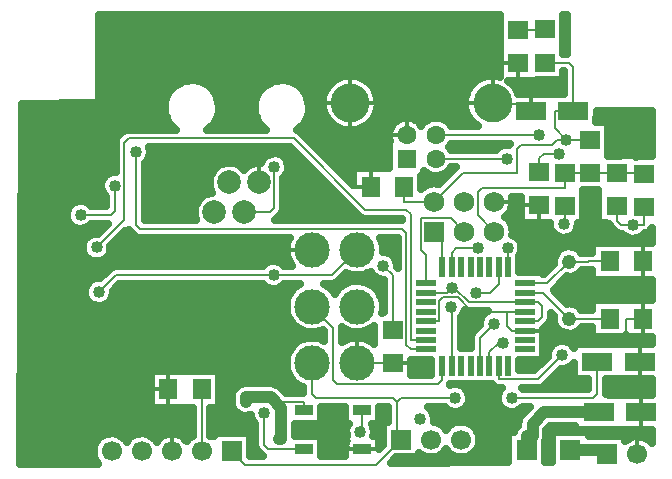
<source format=gbr>
G04 DipTrace 2.4.0.2*
%INTop.gbr*%
%MOIN*%
%ADD14C,0.006*%
%ADD15C,0.0394*%
%ADD16C,0.025*%
%ADD17C,0.013*%
%ADD20R,0.0669X0.0669*%
%ADD21C,0.0669*%
%ADD22R,0.063X0.0709*%
%ADD23R,0.0709X0.063*%
%ADD24R,0.1024X0.063*%
%ADD25R,0.0709X0.0661*%
%ADD27R,0.0689X0.0689*%
%ADD28C,0.0689*%
%ADD30C,0.1181*%
%ADD31C,0.0787*%
%ADD33R,0.0669X0.0197*%
%ADD34R,0.0197X0.0669*%
%ADD35R,0.0591X0.0354*%
%ADD36R,0.063X0.063*%
%ADD37C,0.063*%
%ADD38C,0.1299*%
%ADD39C,0.048*%
%ADD40C,0.04*%
%FSLAX44Y44*%
G04*
G70*
G90*
G75*
G01*
%LNTop*%
%LPD*%
X18259Y12071D2*
D14*
X18523Y11807D1*
Y10904D1*
X18953Y6532D2*
X17151D1*
X17012Y6393D1*
Y5453D1*
X17156Y5310D1*
Y5146D1*
X17236Y13568D2*
Y13071D1*
X18259D1*
X7080Y10064D2*
X7644Y10628D1*
X12899D1*
X22664Y15137D2*
X22265Y15536D1*
Y16091D1*
X22886D1*
X21279Y9093D2*
X21722D1*
X21861Y9232D1*
Y9584D1*
X21722Y9723D1*
X21279D1*
X16556Y10937D2*
X16866Y10628D1*
Y8786D1*
X14187Y7687D2*
Y6672D1*
X14326Y6532D1*
X16873D1*
X17012Y6393D1*
X20835Y6532D2*
X23546D1*
X23685Y6671D1*
Y7737D1*
X17156Y5146D2*
X16298Y4288D1*
X11961D1*
X11500Y4750D1*
X22664Y15137D2*
X23443D1*
X22664D2*
X22681D1*
X18259Y13071D2*
X19219Y14031D1*
X21018D1*
Y14824D1*
X21157Y14963D1*
X22178D1*
X22352Y15137D1*
X22664D1*
X12899Y10628D2*
X14847D1*
X15687Y11469D1*
X22886Y16091D2*
Y17572D1*
X22747Y17711D1*
X21937D1*
X18852Y10202D2*
X18688Y10038D1*
X17972D1*
X21279Y9723D2*
X19408D1*
X18930Y10202D1*
X18852D1*
X19259Y12071D2*
X18805Y12524D1*
X17805D1*
Y11478D1*
X17972Y11312D1*
Y10353D1*
X19712Y11518D2*
X18977D1*
X18838Y11379D1*
Y10904D1*
X20237Y8999D2*
X19783Y8545D1*
Y7597D1*
X22611Y14039D2*
Y13524D1*
X19851D1*
X19712Y13385D1*
Y12618D1*
X20259Y12071D1*
X23443Y14035D2*
X22611Y14039D1*
X24348Y14034D2*
X23443Y14035D1*
X25245Y14002D2*
Y14034D1*
X24348D1*
X25149Y6053D2*
Y7737D1*
X25102D1*
Y8333D1*
X24656Y8779D1*
Y9175D1*
X25212D1*
X20198Y16362D2*
Y17551D1*
X20337Y17690D1*
X21064D1*
X9500Y4750D2*
Y5810D1*
X9397Y5912D1*
Y6813D1*
X21279Y8778D2*
X20835D1*
X20696Y8917D1*
Y9408D1*
X19512D1*
X19033Y9888D1*
X18554D1*
X18415Y9749D1*
Y9093D1*
X17972D1*
X20198Y16362D2*
X17475D1*
X17336Y16223D1*
Y15295D1*
X21764Y12958D2*
X20977D1*
X20864Y13071D1*
X20259D1*
X25212Y11081D2*
Y11687D1*
X25073Y11826D1*
X21903D1*
X21764Y11965D1*
Y12958D1*
X25212Y9175D2*
Y11081D1*
X24656Y8779D2*
X24517Y8640D1*
X23105D1*
X16134Y14257D2*
Y13568D1*
X17336Y15295D2*
X16273D1*
X16134Y15156D1*
Y14257D1*
X15458Y16362D2*
X17197D1*
X17336Y16223D1*
X21469Y16091D2*
Y16332D1*
X20228D1*
X20198Y16362D1*
X20696Y9408D2*
X20835D1*
X21279D1*
X23105Y8640D2*
X22726D1*
X22588Y8778D1*
X21279D1*
X15277Y5103D2*
Y5018D1*
X15477Y4818D1*
X15851D1*
X15687Y7689D2*
X16866Y7683D1*
X24110Y9175D2*
X23385D1*
X23381Y9178D1*
X22756D1*
X21897Y10038D1*
X21279D1*
X24348Y12931D2*
Y12445D1*
X24487Y12306D1*
X24884D1*
X25245D1*
Y12900D1*
X22398Y14654D2*
X21903D1*
X21764Y14515D1*
Y14060D1*
X20555Y8376D2*
X20402D1*
X20097Y8071D1*
Y7597D1*
X21761Y15295D2*
X18320D1*
X20680Y14508D2*
X18320D1*
X14187Y9577D2*
X14886Y8877D1*
Y7127D1*
X15025Y6988D1*
X18384D1*
X18523Y7127D1*
Y7597D1*
X22518Y7956D2*
X21716Y7154D1*
X20412D1*
Y7597D1*
X24110Y11081D2*
X23385D1*
X23382Y11078D1*
X22756D1*
X22031Y10353D1*
X21279D1*
X22581Y12343D2*
X22611Y12373D1*
Y12936D1*
X7621Y13599D2*
Y12773D1*
X7482Y12634D1*
X6473D1*
X6999Y11548D2*
X7930Y12478D1*
Y15044D1*
X8069Y15183D1*
X13568D1*
X15958Y12793D1*
X17329D1*
X17468Y12654D1*
Y8463D1*
X17972D1*
X8312Y14735D2*
Y12307D1*
X8451Y12168D1*
X17190D1*
X17329Y12029D1*
Y8287D1*
X17468Y8148D1*
X17972D1*
X10500Y4750D2*
Y5471D1*
Y6813D1*
X20699Y11518D2*
X20727Y11489D1*
Y10904D1*
X18830Y9579D2*
X18838Y9571D1*
Y7597D1*
X19638Y10021D2*
X20098D1*
X20412Y10335D1*
Y10904D1*
X15792Y5412D2*
X15851Y5472D1*
Y6117D1*
X12590Y6030D2*
Y4957D1*
X12729Y4818D1*
X13922D1*
X11924Y12717D2*
X12788D1*
X12927Y12856D1*
Y14219D1*
X21338Y4809D2*
D15*
Y5248D1*
X21532D1*
Y5657D1*
X21929Y6053D1*
X23732D1*
X13079Y5165D2*
X13144D1*
Y6209D1*
X12798Y6555D1*
X11972D1*
Y6403D1*
D14*
X13922D1*
Y6117D1*
X21937Y18813D2*
Y18792D1*
X21064D1*
X24026Y4650D2*
D15*
X23867Y4809D1*
X22787D1*
D40*
X5297Y4753D3*
X23429Y11823D3*
X17785Y5845D3*
X22664Y15137D3*
X12899Y10628D3*
X7080Y10064D3*
X20835Y6532D3*
X16556Y10937D3*
X18953Y6532D3*
X18852Y10202D3*
X19712Y11518D3*
X20237Y8999D3*
X15277Y5103D3*
X23105Y8640D3*
X16134Y14257D3*
X24884Y12306D3*
X22398Y14654D3*
X20555Y8376D3*
X21761Y15295D3*
X20680Y14508D3*
X22518Y7956D3*
X22581Y12343D3*
X6473Y12634D3*
X7621Y13599D3*
X6999Y11548D3*
X8312Y14735D3*
X20699Y11518D3*
X18830Y9579D3*
X19638Y10021D3*
X15792Y5412D3*
X12590Y6030D3*
X12927Y14219D3*
X21532Y5657D3*
X11972Y6403D3*
X13079Y5165D3*
X7118Y19045D2*
D16*
X20420D1*
X22579D2*
X22666D1*
X7118Y18796D2*
X20420D1*
X22579D2*
X22666D1*
X7114Y18548D2*
X20420D1*
X22579D2*
X22666D1*
X7114Y18299D2*
X20420D1*
X22579D2*
X22666D1*
X7110Y18050D2*
X20420D1*
X22579D2*
X22666D1*
X7110Y17802D2*
X20420D1*
X7106Y17553D2*
X20420D1*
X7106Y17304D2*
X20420D1*
X7102Y17056D2*
X9810D1*
X10536D2*
X12810D1*
X13536D2*
X14838D1*
X16079D2*
X19576D1*
X20817D2*
X22564D1*
X7102Y16807D2*
X9463D1*
X10884D2*
X12463D1*
X13884D2*
X14634D1*
X16282D2*
X19373D1*
X21020D2*
X22564D1*
X7098Y16558D2*
X9310D1*
X11036D2*
X12310D1*
X14036D2*
X14541D1*
X16376D2*
X19279D1*
X4548Y16310D2*
X9248D1*
X11098D2*
X12248D1*
X14098D2*
X14521D1*
X16395D2*
X19259D1*
X4544Y16061D2*
X9259D1*
X11091D2*
X12259D1*
X14091D2*
X14568D1*
X16345D2*
X19310D1*
X23688D2*
X25494D1*
X4544Y15812D2*
X9341D1*
X11009D2*
X12341D1*
X14009D2*
X14701D1*
X16212D2*
X17048D1*
X17622D2*
X18033D1*
X18606D2*
X19443D1*
X23688D2*
X25494D1*
X4544Y15564D2*
X9521D1*
X10825D2*
X12521D1*
X13825D2*
X14986D1*
X15927D2*
X16798D1*
X24087D2*
X25494D1*
X4540Y15315D2*
X7759D1*
X13880D2*
X16732D1*
X24087D2*
X25494D1*
X4540Y15066D2*
X7611D1*
X14126D2*
X16732D1*
X24087D2*
X25494D1*
X4536Y14817D2*
X7611D1*
X8794D2*
X13490D1*
X14376D2*
X16732D1*
X18837D2*
X20306D1*
X24087D2*
X25494D1*
X4536Y14569D2*
X7611D1*
X8770D2*
X12595D1*
X13259D2*
X13740D1*
X14626D2*
X16732D1*
X4532Y14320D2*
X7611D1*
X8634D2*
X11134D1*
X11712D2*
X12134D1*
X13407D2*
X13990D1*
X14872D2*
X16732D1*
X4532Y14071D2*
X7611D1*
X8634D2*
X10845D1*
X13391D2*
X14236D1*
X15122D2*
X15529D1*
X18727D2*
X18814D1*
X4528Y13823D2*
X7189D1*
X8634D2*
X10748D1*
X13247D2*
X14486D1*
X15372D2*
X15529D1*
X17841D2*
X18568D1*
X4528Y13574D2*
X7130D1*
X8634D2*
X10755D1*
X13247D2*
X14736D1*
X4528Y13325D2*
X7220D1*
X8634D2*
X10650D1*
X13247D2*
X14982D1*
X23255D2*
X23705D1*
X4524Y13077D2*
X6306D1*
X6638D2*
X7302D1*
X8634D2*
X10349D1*
X13247D2*
X15232D1*
X20891D2*
X21119D1*
X23255D2*
X23705D1*
X4524Y12828D2*
X6025D1*
X8634D2*
X10252D1*
X13247D2*
X15482D1*
X20841D2*
X21119D1*
X23255D2*
X23705D1*
X4520Y12579D2*
X5986D1*
X8634D2*
X10255D1*
X13095D2*
X15728D1*
X20641D2*
X21119D1*
X23255D2*
X23705D1*
X4520Y12331D2*
X6095D1*
X6852D2*
X7341D1*
X20837D2*
X22091D1*
X23071D2*
X24052D1*
X4516Y12082D2*
X7091D1*
X7973D2*
X8092D1*
X20891D2*
X22170D1*
X22989D2*
X24271D1*
X4516Y11833D2*
X6607D1*
X7727D2*
X13388D1*
X16485D2*
X17009D1*
X21067D2*
X25486D1*
X4513Y11585D2*
X6509D1*
X7489D2*
X13314D1*
X16559D2*
X17009D1*
X21184D2*
X23505D1*
X4513Y11336D2*
X6560D1*
X7438D2*
X13318D1*
X16821D2*
X17009D1*
X21153D2*
X22298D1*
X4513Y11087D2*
X6912D1*
X7087D2*
X12802D1*
X12996D2*
X13396D1*
X21114D2*
X22228D1*
X4509Y10838D2*
X7412D1*
X21114D2*
X22076D1*
X4509Y10590D2*
X7162D1*
X15251D2*
X16224D1*
X22907D2*
X23505D1*
X4505Y10341D2*
X6681D1*
X14938D2*
X15275D1*
X16098D2*
X16545D1*
X22462D2*
X25486D1*
X4505Y10092D2*
X6591D1*
X7567D2*
X13478D1*
X14895D2*
X14975D1*
X16395D2*
X16545D1*
X22286D2*
X25482D1*
X4501Y9844D2*
X6646D1*
X7513D2*
X13349D1*
X22532D2*
X25482D1*
X4501Y9595D2*
X13306D1*
X23067D2*
X23505D1*
X4501Y9346D2*
X13338D1*
X19259D2*
X19904D1*
X4497Y9098D2*
X13455D1*
X19157D2*
X19755D1*
X22149D2*
X22232D1*
X4497Y8849D2*
X13713D1*
X19157D2*
X19646D1*
X21911D2*
X22349D1*
X23165D2*
X23505D1*
X4493Y8600D2*
X14568D1*
X15208D2*
X16220D1*
X19157D2*
X19466D1*
X21903D2*
X23505D1*
X4493Y8352D2*
X13623D1*
X19157D2*
X19463D1*
X21903D2*
X22248D1*
X22790D2*
X25482D1*
X4489Y8103D2*
X13416D1*
X21903D2*
X22052D1*
X4489Y7854D2*
X13322D1*
X4485Y7606D2*
X13310D1*
X17509D2*
X18134D1*
X21114D2*
X21724D1*
X4485Y7357D2*
X8795D1*
X11106D2*
X13373D1*
X17509D2*
X18134D1*
X22360D2*
X22884D1*
X4485Y7108D2*
X8795D1*
X11106D2*
X13533D1*
X22114D2*
X23365D1*
X24005D2*
X25478D1*
X4481Y6859D2*
X8795D1*
X11106D2*
X11599D1*
X13173D2*
X13869D1*
X19309D2*
X20365D1*
X21763D2*
X23365D1*
X24005D2*
X25478D1*
X4481Y6611D2*
X8795D1*
X11106D2*
X11490D1*
X19434D2*
X20353D1*
X4477Y6362D2*
X8795D1*
X11106D2*
X11486D1*
X19411D2*
X20377D1*
X4477Y6113D2*
X10181D1*
X10821D2*
X11584D1*
X14509D2*
X15267D1*
X16438D2*
X16693D1*
X18188D2*
X18728D1*
X19180D2*
X20607D1*
X21063D2*
X21310D1*
X4473Y5865D2*
X10181D1*
X10821D2*
X12130D1*
X14509D2*
X15267D1*
X16438D2*
X16693D1*
X18274D2*
X21091D1*
X4473Y5616D2*
X10181D1*
X10821D2*
X12271D1*
X13630D2*
X15349D1*
X16235D2*
X16533D1*
X18552D2*
X18759D1*
X19552D2*
X21033D1*
X4473Y5367D2*
X10181D1*
X10821D2*
X12271D1*
X13630D2*
X15302D1*
X16278D2*
X16533D1*
X19739D2*
X20693D1*
X22020D2*
X22143D1*
X23430D2*
X25474D1*
X4470Y5119D2*
X7002D1*
X12126D2*
X12272D1*
X14509D2*
X15267D1*
X16438D2*
X16532D1*
X19778D2*
X20693D1*
X22001D2*
X22140D1*
X4470Y4870D2*
X6888D1*
X12126D2*
X12285D1*
X14509D2*
X15267D1*
X19712D2*
X20693D1*
X21981D2*
X22146D1*
X4466Y4621D2*
X6888D1*
X12126D2*
X12482D1*
X14509D2*
X15267D1*
X18470D2*
X18841D1*
X19470D2*
X20693D1*
X21981D2*
X22146D1*
X4466Y4373D2*
X7009D1*
X11025Y5349D2*
X12099D1*
Y4580D1*
X12551Y4583D1*
X12381Y4748D1*
X12313Y4856D1*
X12295Y4957D1*
Y5671D1*
X12241Y5723D1*
X12172Y5827D1*
X12132Y5965D1*
X12077Y5950D1*
X11953Y5938D1*
X11830Y5960D1*
X11717Y6014D1*
X11623Y6096D1*
X11554Y6199D1*
X11515Y6318D1*
X11510Y6555D1*
X11522Y6656D1*
X11554Y6752D1*
X11607Y6838D1*
X11678Y6911D1*
X11762Y6966D1*
X11857Y7002D1*
X11972Y7017D1*
X12798D1*
X12921Y7000D1*
X13066Y6931D1*
X13301Y6705D1*
X13309Y6697D1*
X13892Y6698D1*
Y6886D1*
X13796Y6926D1*
X13689Y6991D1*
X13593Y7071D1*
X13510Y7164D1*
X13441Y7268D1*
X13388Y7381D1*
X13352Y7501D1*
X13334Y7625D1*
Y7749D1*
X13352Y7873D1*
X13388Y7993D1*
X13441Y8106D1*
X13510Y8210D1*
X13593Y8303D1*
X13689Y8383D1*
X13796Y8448D1*
X13911Y8497D1*
X14032Y8528D1*
X14156Y8542D1*
X14280Y8537D1*
X14403Y8515D1*
X14522Y8474D1*
X14594Y8437D1*
X14589Y8757D1*
X14548Y8799D1*
X14403Y8749D1*
X14281Y8726D1*
X14156Y8722D1*
X14032Y8736D1*
X13911Y8767D1*
X13796Y8816D1*
X13689Y8881D1*
X13593Y8961D1*
X13510Y9054D1*
X13441Y9158D1*
X13388Y9271D1*
X13352Y9391D1*
X13334Y9514D1*
Y9639D1*
X13352Y9763D1*
X13388Y9882D1*
X13441Y9995D1*
X13510Y10100D1*
X13593Y10193D1*
X13689Y10272D1*
X13786Y10331D1*
X13257Y10333D1*
X13221Y10293D1*
X13120Y10219D1*
X13003Y10175D1*
X12879Y10164D1*
X12756Y10186D1*
X12644Y10239D1*
X12543Y10331D1*
X11524Y10333D1*
X7764Y10331D1*
X7540Y10107D1*
X7545Y10064D1*
X7528Y9941D1*
X7479Y9826D1*
X7402Y9728D1*
X7301Y9655D1*
X7184Y9611D1*
X7060Y9600D1*
X6937Y9621D1*
X6825Y9675D1*
X6731Y9757D1*
X6662Y9861D1*
X6623Y9979D1*
X6617Y10103D1*
X6644Y10225D1*
X6702Y10335D1*
X6788Y10426D1*
X6894Y10490D1*
X7014Y10524D1*
X7127Y10525D1*
X7435Y10837D1*
X7543Y10905D1*
X7644Y10923D1*
X12538D1*
X12607Y10990D1*
X12713Y11054D1*
X12833Y11088D1*
X12958Y11089D1*
X13078Y11057D1*
X13186Y10994D1*
X13254Y10924D1*
X13525D1*
X13441Y11048D1*
X13379Y11184D1*
X13343Y11330D1*
X13332Y11479D1*
X13347Y11628D1*
X13388Y11772D1*
X13435Y11873D1*
X8451D1*
X8327Y11901D1*
X8242Y11959D1*
X8067Y12144D1*
X7962Y12093D1*
X7462Y11593D1*
X7464Y11548D1*
X7448Y11424D1*
X7399Y11310D1*
X7321Y11212D1*
X7220Y11139D1*
X7104Y11095D1*
X6980Y11083D1*
X6857Y11105D1*
X6745Y11159D1*
X6650Y11241D1*
X6581Y11344D1*
X6542Y11463D1*
X6536Y11587D1*
X6563Y11709D1*
X6622Y11819D1*
X6707Y11910D1*
X6814Y11974D1*
X6934Y12008D1*
X7047Y12009D1*
X7374Y12339D1*
X6830D1*
X6795Y12298D1*
X6694Y12225D1*
X6577Y12181D1*
X6453Y12169D1*
X6331Y12191D1*
X6218Y12245D1*
X6124Y12326D1*
X6055Y12430D1*
X6016Y12548D1*
X6010Y12673D1*
X6037Y12795D1*
X6095Y12905D1*
X6181Y12995D1*
X6287Y13060D1*
X6407Y13094D1*
X6532Y13095D1*
X6652Y13063D1*
X6760Y12999D1*
X6828Y12930D1*
X7329Y12929D1*
X7326Y13237D1*
X7272Y13292D1*
X7203Y13396D1*
X7164Y13514D1*
X7158Y13638D1*
X7185Y13760D1*
X7243Y13870D1*
X7329Y13961D1*
X7435Y14025D1*
X7555Y14059D1*
X7637Y14060D1*
X7635Y15044D1*
X7663Y15169D1*
X7721Y15253D1*
X7860Y15392D1*
X7968Y15460D1*
X8069Y15478D1*
X9651D1*
X9539Y15572D1*
X9456Y15666D1*
X9387Y15770D1*
X9333Y15882D1*
X9295Y16001D1*
X9274Y16124D1*
X9270Y16249D1*
X9283Y16373D1*
X9313Y16495D1*
X9360Y16611D1*
X9422Y16719D1*
X9498Y16818D1*
X9587Y16905D1*
X9688Y16979D1*
X9798Y17039D1*
X9914Y17083D1*
X10036Y17111D1*
X10161Y17121D1*
X10285Y17114D1*
X10408Y17090D1*
X10526Y17050D1*
X10638Y16993D1*
X10740Y16922D1*
X10832Y16837D1*
X10911Y16741D1*
X10976Y16634D1*
X11026Y16520D1*
X11060Y16399D1*
X11079Y16216D1*
X11070Y16092D1*
X11044Y15970D1*
X11002Y15852D1*
X10944Y15741D1*
X10871Y15640D1*
X10785Y15549D1*
X10697Y15479D1*
X12651Y15478D1*
X12539Y15572D1*
X12456Y15666D1*
X12387Y15770D1*
X12333Y15882D1*
X12295Y16001D1*
X12274Y16124D1*
X12270Y16249D1*
X12283Y16373D1*
X12313Y16495D1*
X12360Y16611D1*
X12422Y16719D1*
X12498Y16818D1*
X12587Y16905D1*
X12688Y16979D1*
X12798Y17039D1*
X12914Y17083D1*
X13036Y17111D1*
X13161Y17121D1*
X13285Y17114D1*
X13408Y17090D1*
X13526Y17050D1*
X13638Y16993D1*
X13740Y16922D1*
X13832Y16837D1*
X13911Y16741D1*
X13976Y16634D1*
X14026Y16520D1*
X14060Y16399D1*
X14079Y16216D1*
X14070Y16092D1*
X14044Y15970D1*
X14002Y15852D1*
X13944Y15742D1*
X13871Y15640D1*
X13785Y15549D1*
X13671Y15462D1*
X13737Y15425D1*
X13953Y15215D1*
X15552Y13616D1*
X15554Y14174D1*
Y14187D1*
X16754D1*
X16756Y15088D1*
X16791D1*
X16760Y15224D1*
X16758Y15348D1*
X16783Y15471D1*
X16833Y15585D1*
X16907Y15686D1*
X17000Y15768D1*
X17109Y15829D1*
X17229Y15865D1*
X17353Y15875D1*
X17477Y15858D1*
X17594Y15815D1*
X17699Y15747D1*
X17787Y15659D1*
X17828Y15601D1*
X17891Y15686D1*
X17985Y15768D1*
X18093Y15829D1*
X18213Y15865D1*
X18337Y15875D1*
X18461Y15858D1*
X18578Y15815D1*
X18683Y15747D1*
X18771Y15659D1*
X18820Y15590D1*
X19707D1*
X19573Y15695D1*
X19472Y15806D1*
X19391Y15932D1*
X19331Y16069D1*
X19295Y16215D1*
X19283Y16364D1*
X19296Y16513D1*
X19333Y16659D1*
X19393Y16796D1*
X19474Y16922D1*
X19575Y17032D1*
X19693Y17125D1*
X19824Y17197D1*
X19966Y17247D1*
X20113Y17273D1*
X20263Y17274D1*
X20411Y17251D1*
X20445Y17243D1*
Y19295D1*
X7095Y19293D1*
X7073Y16474D1*
X7011Y16369D1*
X6949Y16350D1*
X4522Y16338D1*
X4440Y4335D1*
X5438D1*
X7059Y4341D1*
X6955Y4499D1*
X6915Y4617D1*
X6900Y4741D1*
X6912Y4866D1*
X6948Y4985D1*
X7009Y5094D1*
X7091Y5188D1*
X7190Y5263D1*
X7303Y5316D1*
X7425Y5345D1*
X7549Y5347D1*
X7672Y5324D1*
X7787Y5276D1*
X7890Y5205D1*
X7976Y5115D1*
X7998Y5078D1*
X8091Y5188D1*
X8190Y5263D1*
X8303Y5316D1*
X8425Y5345D1*
X8549Y5347D1*
X8672Y5324D1*
X8787Y5276D1*
X8890Y5205D1*
X8976Y5115D1*
X8998Y5078D1*
X9073Y5171D1*
X9169Y5250D1*
X9280Y5308D1*
X9400Y5341D1*
X9525Y5349D1*
X9648Y5331D1*
X9765Y5288D1*
X9871Y5221D1*
X9960Y5134D1*
X10000Y5081D1*
X10091Y5188D1*
X10208Y5272D1*
X10205Y5846D1*
Y6193D1*
X9920Y6197D1*
X9902Y6193D1*
X8818D1*
Y7432D1*
X11080D1*
Y6193D1*
X10795Y6188D1*
Y5272D1*
X10900Y5275D1*
Y5349D1*
X11025D1*
X23655Y11700D2*
X24690Y11696D1*
X24708Y11700D1*
X25511D1*
X25513Y12181D1*
X25411Y12063D1*
X25296Y12016D1*
X25241Y12011D1*
X25206Y11971D1*
X25105Y11897D1*
X24989Y11853D1*
X24865Y11842D1*
X24742Y11864D1*
X24630Y11917D1*
X24529Y12009D1*
X24366Y12037D1*
X24279Y12098D1*
X24140Y12237D1*
X24072Y12345D1*
X24103Y12282D1*
X23967Y12351D1*
X23729D1*
Y13458D1*
X23231Y13455D1*
X23230Y12357D1*
X23047D1*
X23029Y12219D1*
X22980Y12105D1*
X22903Y12007D1*
X22802Y11934D1*
X22686Y11890D1*
X22561Y11878D1*
X22439Y11900D1*
X22326Y11954D1*
X22232Y12035D1*
X22163Y12139D1*
X22124Y12258D1*
X22119Y12355D1*
X21992Y12357D1*
Y12376D1*
X21358Y12378D1*
X21144D1*
Y13230D1*
X20850Y13229D1*
X20867Y13100D1*
X20860Y12972D1*
X20827Y12851D1*
X20770Y12740D1*
X20692Y12643D1*
X20607Y12571D1*
X20707Y12484D1*
X20781Y12384D1*
X20834Y12271D1*
X20863Y12150D1*
X20868Y12071D1*
X20856Y11959D1*
X20986Y11883D1*
X21073Y11794D1*
X21133Y11685D1*
X21164Y11518D1*
X21147Y11394D1*
X21091Y11270D1*
Y10719D1*
X21878Y10716D1*
Y10650D1*
X21911D1*
X22256Y10995D1*
X22253Y11117D1*
X22278Y11239D1*
X22332Y11351D1*
X22412Y11447D1*
X22513Y11520D1*
X22628Y11567D1*
X22752Y11583D1*
X22876Y11569D1*
X22992Y11525D1*
X23095Y11453D1*
X23163Y11374D1*
X23529Y11376D1*
X23530Y11700D1*
X23655D1*
X24690Y10465D2*
X24440Y10462D1*
X23530D1*
Y10786D1*
X23167Y10783D1*
X23128Y10737D1*
X23033Y10656D1*
X22921Y10601D1*
X22799Y10575D1*
X22679Y10580D1*
X22236Y10142D1*
X22282Y10070D1*
X22677Y9675D1*
X22752Y9683D1*
X22876Y9669D1*
X22992Y9625D1*
X23095Y9553D1*
X23163Y9474D1*
X23529Y9470D1*
X23530Y9794D1*
X24690Y9790D1*
X24708Y9794D1*
X25508D1*
X25510Y10462D1*
X24633Y10463D1*
X24690Y8559D2*
X24440Y8556D1*
X23530D1*
Y8880D1*
X23167Y8883D1*
X23128Y8837D1*
X23033Y8756D1*
X22921Y8701D1*
X22799Y8675D1*
X22675Y8680D1*
X22555Y8715D1*
X22448Y8779D1*
X22359Y8866D1*
X22295Y8973D1*
X22259Y9092D1*
X22253Y9217D1*
X22261Y9259D1*
X22158Y9359D1*
X22156Y9232D1*
X22128Y9108D1*
X22070Y9023D1*
X21878Y8841D1*
Y7785D1*
X21093D1*
X21091Y7451D1*
X21595D1*
X22057Y7912D1*
X22055Y7996D1*
X22082Y8117D1*
X22141Y8227D1*
X22226Y8318D1*
X22333Y8383D1*
X22453Y8417D1*
X22577Y8418D1*
X22698Y8385D1*
X22805Y8322D1*
X22892Y8233D1*
X22909Y8202D1*
X22908Y8317D1*
X24461Y8313D1*
X24450Y8317D1*
X25506D1*
Y8556D1*
X24633D1*
X17485Y7784D2*
Y7283D1*
X18162D1*
X18159Y7783D1*
X17481Y7785D1*
X16246Y8335D2*
Y8928D1*
X16133Y8849D1*
X16022Y8791D1*
X15903Y8751D1*
X15781Y8728D1*
X15656Y8724D1*
X15532Y8737D1*
X15411Y8769D1*
X15296Y8818D1*
X15180Y8890D1*
X15181Y8381D1*
X15318Y8461D1*
X15458Y8513D1*
X15606Y8541D1*
X15756Y8542D1*
X15903Y8517D1*
X16044Y8466D1*
X16174Y8392D1*
X16247Y8336D1*
X24461Y7159D2*
X23981Y7158D1*
X23979Y6667D1*
X24080Y6633D1*
X24509Y6629D1*
X24498Y6633D1*
X25502D1*
X25503Y7157D1*
X24325Y7158D1*
X23387D2*
X22908D1*
Y7701D1*
X22840Y7621D1*
X22739Y7547D1*
X22623Y7503D1*
X22472Y7497D1*
X22020Y7041D1*
X21924Y6945D1*
X21816Y6877D1*
X21716Y6858D1*
X21165D1*
X21210Y6827D1*
X23394D1*
X23390Y7159D1*
X24965Y14582D2*
X25520D1*
Y16095D1*
X23666Y16081D1*
X23663Y15714D1*
X24063Y15717D1*
Y14611D1*
X24967Y14613D1*
Y14578D1*
X17816Y13925D2*
Y13488D1*
X17909Y13571D1*
X18018Y13631D1*
X18138Y13668D1*
X18262Y13680D1*
X18386Y13667D1*
X18427Y13654D1*
X18984Y14214D1*
X18817Y14213D1*
X18783Y14158D1*
X18697Y14068D1*
X18594Y13997D1*
X18479Y13950D1*
X18356Y13929D1*
X18231Y13935D1*
X18111Y13967D1*
X18000Y14024D1*
X17916Y14088D1*
Y13928D1*
X17818D1*
X22234Y16671D2*
X22590D1*
X22591Y17415D1*
X22556Y17416D1*
Y17131D1*
X21685D1*
X21683Y17110D1*
X20728Y17107D1*
X20842Y17011D1*
X20940Y16897D1*
X21017Y16769D1*
X21059Y16670D1*
X22234Y16671D1*
X24509Y5474D2*
X22955Y5473D1*
Y5594D1*
X22119Y5591D1*
X21993Y5464D1*
X21994Y5248D1*
X21957Y5029D1*
Y4400D1*
X22169Y4398D1*
X22167Y5404D1*
X23406D1*
X23412Y5271D1*
X23867D1*
X24051Y5249D1*
X24625D1*
Y5097D1*
X24738Y5175D1*
X24853Y5224D1*
X24975Y5247D1*
X25100Y5244D1*
X25222Y5216D1*
X25335Y5163D1*
X25434Y5088D1*
X25499Y5017D1*
X25500Y5470D1*
X25276Y5473D1*
X24373Y5474D1*
X20843Y5404D2*
X20902D1*
X20942Y5486D1*
X21042Y5602D1*
X21096Y5818D1*
X21155Y5928D1*
X21457Y6235D1*
X21198Y6237D1*
X21056Y6123D1*
X20939Y6079D1*
X20815Y6068D1*
X20693Y6090D1*
X20580Y6143D1*
X20486Y6225D1*
X20417Y6329D1*
X20378Y6447D1*
X20372Y6572D1*
X20399Y6693D1*
X20457Y6803D1*
X20508Y6857D1*
X20412Y6858D1*
X20291Y6885D1*
X20189Y6962D1*
X20167Y6991D1*
X20049Y6997D1*
X19419D1*
X18789D1*
X18768Y6958D1*
X18887Y6992D1*
X19012Y6993D1*
X19132Y6961D1*
X19240Y6898D1*
X19327Y6809D1*
X19387Y6700D1*
X19418Y6532D1*
X19401Y6409D1*
X19352Y6294D1*
X19275Y6197D1*
X19174Y6123D1*
X19058Y6079D1*
X18933Y6068D1*
X18811Y6090D1*
X18698Y6143D1*
X18598Y6235D1*
X18035Y6237D1*
X18159Y6121D1*
X18219Y6012D1*
X18250Y5845D1*
X18236Y5740D1*
X18328Y5721D1*
X18443Y5673D1*
X18546Y5602D1*
X18632Y5511D1*
X18654Y5475D1*
X18747Y5585D1*
X18846Y5660D1*
X18959Y5713D1*
X19081Y5741D1*
X19205Y5744D1*
X19328Y5721D1*
X19443Y5673D1*
X19546Y5602D1*
X19632Y5511D1*
X19697Y5405D1*
X19739Y5287D1*
X19755Y5146D1*
X19742Y5022D1*
X19704Y4903D1*
X19642Y4795D1*
X19559Y4702D1*
X19458Y4629D1*
X19344Y4577D1*
X19223Y4550D1*
X19098D1*
X18975Y4575D1*
X18861Y4624D1*
X18759Y4697D1*
X18657Y4819D1*
X18559Y4702D1*
X18458Y4629D1*
X18344Y4577D1*
X18223Y4550D1*
X18098D1*
X17975Y4575D1*
X17861Y4624D1*
X17757Y4699D1*
X17755Y4547D1*
X16970D1*
X16804Y4377D1*
X20715Y4393D1*
X20718Y5404D1*
X20843D1*
X22556Y19296D2*
X22552Y18234D1*
X22556Y18291D1*
X22562Y18006D1*
X22692D1*
Y19294D1*
X22555D1*
X14581Y10334D2*
X14734Y10234D1*
X14824Y10148D1*
X14900Y10049D1*
X14937Y9984D1*
X15010Y10102D1*
X15093Y10195D1*
X15189Y10274D1*
X15296Y10340D1*
X15411Y10388D1*
X15532Y10420D1*
X15656Y10434D1*
X15780Y10429D1*
X15903Y10406D1*
X16022Y10366D1*
X16133Y10309D1*
X16234Y10236D1*
X16324Y10150D1*
X16400Y10051D1*
X16462Y9942D1*
X16506Y9825D1*
X16533Y9703D1*
X16542Y9579D1*
X16533Y9454D1*
X16514Y9367D1*
X16571Y9411D1*
Y10469D1*
X16414Y10494D1*
X16301Y10548D1*
X16207Y10630D1*
X16133Y10738D1*
X16022Y10681D1*
X15903Y10641D1*
X15781Y10618D1*
X15656Y10614D1*
X15532Y10627D1*
X15411Y10659D1*
X15328Y10694D1*
X15055Y10420D1*
X14947Y10352D1*
X14847Y10333D1*
X14585D1*
X16437Y11876D2*
X16506Y11715D1*
X16533Y11593D1*
X16542Y11469D1*
X16538Y11402D1*
X16615Y11398D1*
X16736Y11366D1*
X16843Y11303D1*
X16930Y11214D1*
X16990Y11104D1*
X17021Y10937D1*
X17015Y10895D1*
X17034Y10876D1*
Y11869D1*
X16444Y11873D1*
X16681Y5746D2*
X16716D1*
X16717Y6238D1*
X16408Y6237D1*
X16412Y5675D1*
X16173D1*
X16225Y5579D1*
X16256Y5412D1*
X16240Y5289D1*
X16226Y5256D1*
X16366Y5260D1*
X16412D1*
Y4820D1*
X16556Y4964D1*
Y5746D1*
X16681D1*
X11924Y14145D2*
X12006Y14225D1*
X12109Y14295D1*
X12224Y14344D1*
X12346Y14370D1*
X12470Y14374D1*
X12488Y14372D1*
X12549Y14490D1*
X12635Y14581D1*
X12741Y14645D1*
X12861Y14679D1*
X12986Y14680D1*
X13106Y14648D1*
X13214Y14585D1*
X13300Y14496D1*
X13361Y14386D1*
X13392Y14219D1*
X13375Y14096D1*
X13326Y13981D1*
X13248Y13883D1*
X13220Y13863D1*
X13222Y12856D1*
X13193Y12731D1*
X13135Y12647D1*
X12951Y12471D1*
Y12463D1*
X17173D1*
Y12498D1*
X15958D1*
X15833Y12526D1*
X15749Y12584D1*
X13443Y14888D1*
X8751D1*
X8777Y14735D1*
X8760Y14612D1*
X8711Y14497D1*
X8634Y14400D1*
X8605Y14379D1*
X8607Y12466D1*
X9826Y12463D1*
X10314D1*
X10269Y12648D1*
X10268Y12772D1*
X10290Y12895D1*
X10335Y13012D1*
X10402Y13117D1*
X10487Y13209D1*
X10587Y13282D1*
X10700Y13336D1*
X10864Y13370D1*
X10794Y13525D1*
X10769Y13648D1*
X10768Y13772D1*
X10790Y13895D1*
X10835Y14012D1*
X10902Y14117D1*
X10987Y14209D1*
X11087Y14282D1*
X11200Y14336D1*
X11321Y14367D1*
X11446Y14375D1*
X11569Y14359D1*
X11688Y14320D1*
X11797Y14259D1*
X11893Y14179D1*
X11925Y14140D1*
X19134Y8197D2*
X19201Y8193D1*
X19491Y8197D1*
X19487Y8545D1*
X19516Y8669D1*
X19574Y8753D1*
X19776Y8955D1*
X19773Y9038D1*
X19800Y9160D1*
X19859Y9270D1*
X19944Y9360D1*
X20062Y9428D1*
X19408D1*
X19278Y9455D1*
X19229Y9341D1*
X19135Y9232D1*
X19133Y8446D1*
Y8200D1*
X19486Y8197D1*
X14482Y6235D2*
Y5675D1*
X13604D1*
X13606Y5260D1*
X14482D1*
Y4584D1*
X15294Y4583D1*
X15291Y5026D1*
Y5260D1*
X15353D1*
X15334Y5327D1*
X15328Y5451D1*
X15355Y5573D1*
X15408Y5673D1*
X15291Y5675D1*
Y6241D1*
X14873Y6237D1*
X14479D1*
X18741Y14902D2*
X18816Y14803D1*
X20324D1*
X20388Y14870D1*
X20494Y14934D1*
X20614Y14968D1*
X20758Y14964D1*
X20778Y14994D1*
X20636Y15000D1*
X18819D1*
X18743Y14903D1*
X16372Y16337D2*
X16356Y16188D1*
X16315Y16044D1*
X16252Y15908D1*
X16167Y15785D1*
X16063Y15677D1*
X15943Y15587D1*
X15810Y15518D1*
X15667Y15472D1*
X15519Y15450D1*
X15369Y15452D1*
X15222Y15479D1*
X15081Y15529D1*
X14950Y15602D1*
X14832Y15695D1*
X14732Y15806D1*
X14651Y15932D1*
X14591Y16069D1*
X14555Y16215D1*
X14543Y16364D1*
X14556Y16513D1*
X14593Y16659D1*
X14653Y16796D1*
X14734Y16922D1*
X14835Y17032D1*
X14953Y17125D1*
X15084Y17197D1*
X15226Y17247D1*
X15373Y17273D1*
X15523Y17274D1*
X15671Y17251D1*
X15813Y17205D1*
X15946Y17135D1*
X16066Y17045D1*
X16169Y16937D1*
X16254Y16813D1*
X16316Y16677D1*
X16356Y16532D1*
X16372Y16383D1*
Y16337D1*
X9500Y5349D2*
D17*
Y4750D1*
X25212Y11700D2*
Y10462D1*
Y9794D2*
Y8556D1*
X16866Y7683D2*
X17484D1*
X25102Y8317D2*
Y7158D1*
X21764Y12958D2*
Y12378D1*
X21145Y12958D2*
X21764D1*
X16134Y14187D2*
Y13568D1*
X15555D2*
X16134D1*
X21469Y16670D2*
Y16091D1*
X25149Y6632D2*
Y5474D1*
X20259Y13071D2*
X20867D1*
X13332Y11467D2*
X14187D1*
X15687Y8544D2*
Y7689D1*
X25026Y5249D2*
Y4650D1*
X9397Y7431D2*
Y6194D1*
X8818Y6813D2*
X9397D1*
X21064Y17690D2*
Y17111D1*
X20445Y17690D2*
X21064D1*
X12424Y14375D2*
Y13717D1*
X21279Y8778D2*
X21878D1*
X15292Y4818D2*
X16411D1*
X17336Y15875D2*
Y15295D1*
X16756D2*
X17336D1*
X20198Y17276D2*
Y16362D1*
X19284D2*
X20198D1*
X15458Y17276D2*
Y15448D1*
X14544Y16362D2*
X16372D1*
D20*
X11500Y4750D3*
D21*
X10500D3*
X9500D3*
X8500D3*
X7500D3*
D22*
X24110Y11081D3*
X25212D3*
X24110Y9175D3*
X25212D3*
D23*
X16866Y7683D3*
Y8786D3*
D24*
X23685Y7737D3*
X25102D3*
D23*
X21764Y14060D3*
Y12958D3*
X22611Y12936D3*
Y14039D3*
X25245Y12900D3*
Y14002D3*
D22*
X16134Y13568D3*
X17236D3*
D24*
X22886Y16091D3*
X21469D3*
X23732Y6053D3*
X25149D3*
D25*
X21338Y4809D3*
X22787D3*
D23*
X21937Y18813D3*
Y17711D3*
D27*
X18259Y12071D3*
D28*
X19259D3*
X20259D3*
Y13071D3*
X19259D3*
X18259D3*
D30*
X14187Y7687D3*
Y9577D3*
Y11467D3*
X15687Y11469D3*
Y9579D3*
Y7689D3*
D20*
X24026Y4650D3*
D21*
X25026D3*
D20*
X17156Y5146D3*
D21*
X18156D3*
X19156D3*
D23*
X24348Y12931D3*
Y14034D3*
D22*
X10500Y6813D3*
X9397D3*
D23*
X21064Y18792D3*
Y17690D3*
X23443Y14035D3*
Y15137D3*
D31*
X12424Y13717D3*
X11924Y12717D3*
X11424Y13717D3*
X10924Y12717D3*
D33*
X21279Y8148D3*
Y8463D3*
Y8778D3*
Y9093D3*
Y9408D3*
Y9723D3*
Y10038D3*
Y10353D3*
D34*
X20727Y10904D3*
X20412D3*
X20097D3*
X19783D3*
X19468D3*
X19153D3*
X18838D3*
X18523D3*
D33*
X17972Y10353D3*
Y10038D3*
Y9723D3*
Y9408D3*
Y9093D3*
Y8778D3*
Y8463D3*
Y8148D3*
D34*
X18523Y7597D3*
X18838D3*
X19153D3*
X19468D3*
X19783D3*
X20097D3*
X20412D3*
X20727D3*
D35*
X13922Y6117D3*
Y4818D3*
X15851D3*
Y6117D3*
D36*
X17336Y14508D3*
D37*
X18320D3*
Y15295D3*
X17336D3*
D38*
X20198Y16362D3*
X15458D3*
D39*
X22756Y11078D3*
Y9178D3*
M02*

</source>
